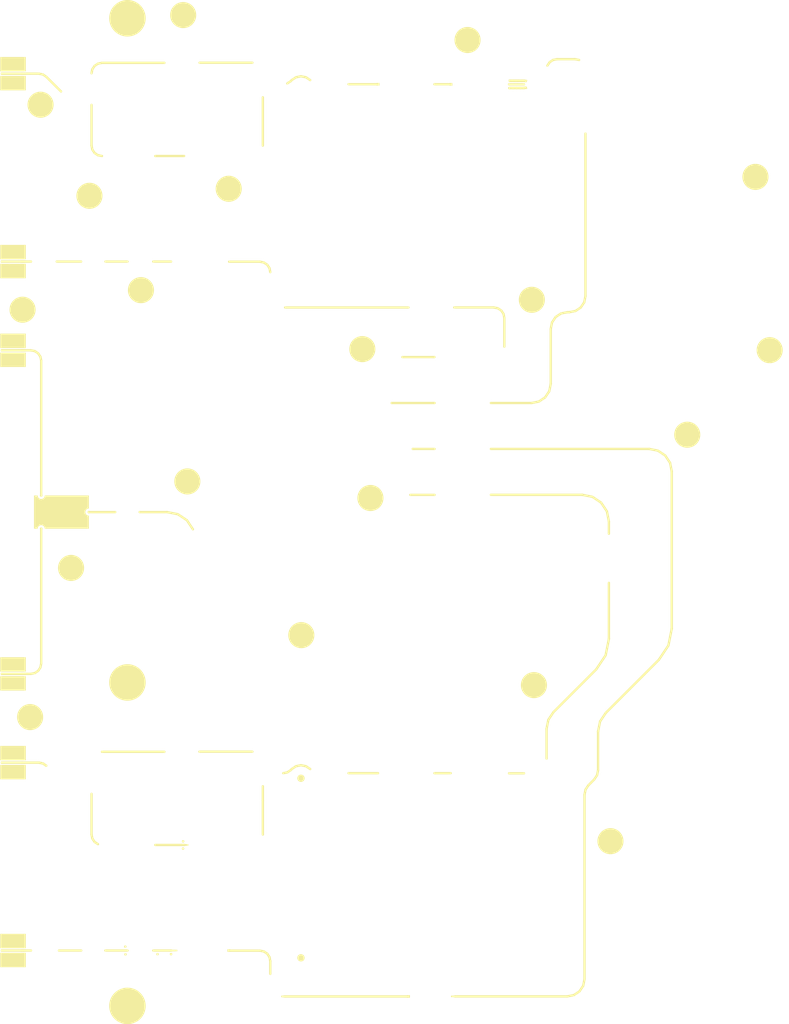
<source format=kicad_pcb>
(kicad_pcb (version 20171130) (host pcbnew "(5.1.12-235-gb66a45ef1c)")

  (general
    (thickness 1.6)
    (drawings 717)
    (tracks 0)
    (zones 0)
    (modules 0)
    (nets 1)
  )

  (page A4)
  (layers
    (0 F.Cu signal)
    (31 B.Cu signal)
    (32 B.Adhes user)
    (33 F.Adhes user)
    (34 B.Paste user)
    (35 F.Paste user)
    (36 B.SilkS user)
    (37 F.SilkS user)
    (38 B.Mask user)
    (39 F.Mask user)
    (40 Dwgs.User user)
    (41 Cmts.User user)
    (42 Eco1.User user)
    (43 Eco2.User user)
    (44 Edge.Cuts user)
  )

  (setup
    (last_trace_width 0.25)
    (trace_clearance 0.2)
    (zone_clearance 0.508)
    (zone_45_only no)
    (trace_min 0.2)
    (via_size 0.8)
    (via_drill 0.4)
    (via_min_size 0.4)
    (via_min_drill 0.3)
    (uvia_size 0.3)
    (uvia_drill 0.1)
    (uvias_allowed no)
    (uvia_min_size 0.2)
    (uvia_min_drill 0.1)
    (edge_width 0.05)
    (segment_width 0.2)
    (pcb_text_width 0.3)
    (pcb_text_size 1.5 1.5)
    (mod_edge_width 0.12)
    (mod_text_size 1 1)
    (mod_text_width 0.15)
    (pad_size 1.524 1.524)
    (pad_drill 0.762)
    (pad_to_mask_clearance 0)
    (aux_axis_origin 0 0)
    (visible_elements 7FFFFFFF)
    (pcbplotparams
      (layerselection 0x00120_7ffffffe)
      (usegerberextensions false)
      (usegerberattributes true)
      (usegerberadvancedattributes true)
      (creategerberjobfile true)
      (excludeedgelayer true)
      (linewidth 0.100000)
      (plotframeref false)
      (viasonmask false)
      (mode 1)
      (useauxorigin false)
      (hpglpennumber 1)
      (hpglpenspeed 20)
      (hpglpendiameter 15.000000)
      (psnegative false)
      (psa4output false)
      (plotreference true)
      (plotvalue true)
      (plotinvisibletext false)
      (padsonsilk false)
      (subtractmaskfromsilk false)
      (outputformat 3)
      (mirror false)
      (drillshape 0)
      (scaleselection 1)
      (outputdirectory ""))
  )

  (net 0 "")

  (net_class Default "This is the default net class."
    (clearance 0.2)
    (trace_width 0.25)
    (via_dia 0.8)
    (via_drill 0.4)
    (uvia_dia 0.3)
    (uvia_drill 0.1)
  )

  (gr_poly (pts (xy 181.135 222.215) (xy 180.575 222.215) (xy 180.575 222.735) (xy 181.135 222.735)) (layer F.SilkS) (width 0))
  (gr_poly (pts (xy 237.97252 56.03222) (xy 237.97108 56.025) (xy 237.9866 55.94695) (xy 238.03081 55.88081) (xy 238.06025 55.86112) (xy 238.07589 55.72456) (xy 238.01685 55.65453) (xy 237.59675 55.59876) (xy 237.58874 55.59718) (xy 237.58086 55.59664) (xy 237.56859 55.59503) (xy 237.55579 55.59501) (xy 237.51914 55.59261) (xy 237.45 55.58351) (xy 234.575 55.58351) (xy 234.50808 55.59232) (xy 234.50808 55.97457) (xy 234.53872 56.02776) (xy 234.6079 56.09075) (xy 237.45 56.09075) (xy 237.48967 56.09864) (xy 237.50184 56.09785) (xy 237.87514 56.14741)) (layer F.SilkS) (width 0))
  (gr_poly (pts (xy 237.51914 57.45739) (xy 237.55583 57.455) (xy 237.56858 57.45498) (xy 237.58082 57.45335) (xy 237.58874 57.45283) (xy 237.59679 57.45123) (xy 238.01684 57.39547) (xy 238.07588 57.32543) (xy 238.06025 57.18887) (xy 238.03081 57.16918) (xy 237.9866 57.10304) (xy 237.97108 57.025) (xy 237.97252 57.01779) (xy 237.87514 56.9026) (xy 237.50183 56.95216) (xy 237.48968 56.95136) (xy 237.45 56.95925) (xy 234.60822 56.95925) (xy 234.53878 57.02245) (xy 234.50839 57.07549) (xy 234.50839 57.45773) (xy 234.575 57.4665) (xy 237.45 57.4665)) (layer F.SilkS) (width 0))
  (gr_poly (pts (xy 154.02 139.1608) (xy 153.96619 139.15869) (xy 153.8599 139.14185) (xy 153.75755 139.1086) (xy 153.66167 139.05974) (xy 153.57461 138.99649) (xy 153.49851 138.92039) (xy 153.43526 138.83333) (xy 153.3864 138.73745) (xy 153.35315 138.6351) (xy 153.33631 138.52881) (xy 153.33631 138.4212) (xy 153.35315 138.3149) (xy 153.3864 138.21256) (xy 153.43526 138.11667) (xy 153.49851 138.02961) (xy 153.57461 137.95352) (xy 153.66167 137.89026) (xy 153.75755 137.8414) (xy 153.8599 137.80815) (xy 153.96619 137.79132) (xy 154.02 137.7892) (xy 154.02 135.287) (xy 145.5618 135.287) (xy 145.55968 135.34081) (xy 145.54285 135.4471) (xy 145.5096 135.54945) (xy 145.46074 135.64533) (xy 145.39749 135.73239) (xy 145.32139 135.80849) (xy 145.23433 135.87174) (xy 145.13844 135.9206) (xy 145.0361 135.95385) (xy 144.92981 135.97069) (xy 144.82219 135.97069) (xy 144.7159 135.95385) (xy 144.61355 135.9206) (xy 144.51767 135.87174) (xy 144.43061 135.80849) (xy 144.35451 135.73239) (xy 144.29126 135.64533) (xy 144.2424 135.54945) (xy 144.20915 135.4471) (xy 144.19231 135.34081) (xy 144.1902 135.287) (xy 143.86 135.287) (xy 143.86 141.6627) (xy 144.1902 141.6627) (xy 144.19231 141.6089) (xy 144.20915 141.5026) (xy 144.2424 141.40026) (xy 144.29126 141.30437) (xy 144.35451 141.21731) (xy 144.43061 141.14122) (xy 144.51767 141.07796) (xy 144.61355 141.0291) (xy 144.7159 140.99585) (xy 144.82219 140.97902) (xy 144.92981 140.97902) (xy 145.0361 140.99585) (xy 145.13844 141.0291) (xy 145.23433 141.07796) (xy 145.32139 141.14122) (xy 145.39749 141.21731) (xy 145.46074 141.30437) (xy 145.5096 141.40026) (xy 145.54285 141.5026) (xy 145.55968 141.6089) (xy 145.5618 141.6627) (xy 145.5618 141.663) (xy 154.02 141.663)) (layer F.SilkS) (width 0))
  (gr_poly (pts (xy 172.7 202.4) (xy 173.1 202.4) (xy 173.1 202.1) (xy 172.7 202.1) (xy 172.3 202.025) (xy 172.3 202.475)) (layer F.SilkS) (width 0))
  (gr_poly (pts (xy 170.175 222.625) (xy 170.575 222.625) (xy 170.575 222.325) (xy 170.175 222.325) (xy 169.8 222.25) (xy 169.8 222.7)) (layer F.SilkS) (width 0))
  (gr_poly (pts (xy 224.24864 231.03999) (xy 223.85 231.115) (xy 223.45 231.115) (xy 223.45 231.415) (xy 223.85 231.415) (xy 224.24864 231.48999)) (layer F.SilkS) (width 0))
  (gr_poly (pts (xy 191.62499 231.05) (xy 190.9 231.125) (xy 190.9 231.425) (xy 191.62499 231.5)) (layer F.SilkS) (width 0))
  (gr_circle (center 148.94 138.475) (end 148.94635 138.475) (layer F.SilkS) (width 0.0127))
  (gr_circle (center 144.876 135.287) (end 145.003 135.287) (layer F.SilkS) (width 0.254))
  (gr_circle (center 144.876 141.6627) (end 145.003 141.6627) (layer F.SilkS) (width 0.254))
  (gr_circle (center 154.02 138.475) (end 154.147 138.475) (layer F.SilkS) (width 0.254))
  (gr_poly (pts (xy 141.92499 54.24) (xy 140.92499 54.24) (xy 140.92499 54.71) (xy 141.92499 54.71)) (layer F.SilkS) (width 0))
  (gr_poly (pts (xy 141.92499 222.24) (xy 140.92499 222.24) (xy 140.92499 222.71) (xy 141.92499 222.71)) (layer F.SilkS) (width 0))
  (gr_poly (pts (xy 141.92499 90.24) (xy 140.92499 90.24) (xy 140.92499 90.71) (xy 141.92499 90.71)) (layer F.SilkS) (width 0))
  (gr_poly (pts (xy 141.925 169.24) (xy 140.925 169.24) (xy 140.925 169.71) (xy 141.925 169.71)) (layer F.SilkS) (width 0))
  (gr_poly (pts (xy 141.925 107.24) (xy 140.925 107.24) (xy 140.925 107.71) (xy 141.925 107.71)) (layer F.SilkS) (width 0))
  (gr_poly (pts (xy 141.92499 186.24) (xy 140.92499 186.24) (xy 140.92499 186.71) (xy 141.92499 186.71)) (layer F.SilkS) (width 0))
  (gr_poly (pts (xy 209.74 56.23999) (xy 209.18 56.23999) (xy 209.18 56.75999) (xy 209.74 56.75999)) (layer F.SilkS) (width 0))
  (gr_poly (pts (xy 223.725 56.265) (xy 223.165 56.265) (xy 223.165 56.785) (xy 223.725 56.785)) (layer F.SilkS) (width 0))
  (gr_poly (pts (xy 215.575 231.01507) (xy 215.015 231.01507) (xy 215.015 231.53507) (xy 215.575 231.53507)) (layer F.SilkS) (width 0))
  (gr_poly (pts (xy 170.975 222.325) (xy 170.175 222.325) (xy 170.175 222.625) (xy 170.975 222.625)) (layer F.SilkS) (width 0))
  (gr_poly (pts (xy 143.99501 135.28764) (xy 143.49501 135.28764) (xy 143.49501 141.66364) (xy 143.99501 141.66364)) (layer F.SilkS) (width 0))
  (gr_poly (pts (xy 141.92498 54.91) (xy 137.02498 54.91) (xy 137.02498 57.675) (xy 141.92498 57.675)) (layer F.SilkS) (width 0))
  (gr_poly (pts (xy 141.92498 51.27501) (xy 137.02498 51.27501) (xy 137.02498 54.04001) (xy 141.92498 54.04001)) (layer F.SilkS) (width 0))
  (gr_poly (pts (xy 141.92499 222.91) (xy 137.02499 222.91) (xy 137.02499 225.675) (xy 141.92499 225.675)) (layer F.SilkS) (width 0))
  (gr_poly (pts (xy 141.92499 219.275) (xy 137.02499 219.275) (xy 137.02499 222.04) (xy 141.92499 222.04)) (layer F.SilkS) (width 0))
  (gr_poly (pts (xy 141.92498 90.91) (xy 137.02498 90.91) (xy 137.02498 93.675) (xy 141.92498 93.675)) (layer F.SilkS) (width 0))
  (gr_poly (pts (xy 141.92498 87.275) (xy 137.02498 87.275) (xy 137.02498 90.04) (xy 141.92498 90.04)) (layer F.SilkS) (width 0))
  (gr_poly (pts (xy 141.925 169.91) (xy 137.025 169.91) (xy 137.025 172.675) (xy 141.925 172.675)) (layer F.SilkS) (width 0))
  (gr_poly (pts (xy 141.925 166.275) (xy 137.025 166.275) (xy 137.025 169.04) (xy 141.925 169.04)) (layer F.SilkS) (width 0))
  (gr_poly (pts (xy 141.925 107.91) (xy 137.025 107.91) (xy 137.025 110.675) (xy 141.925 110.675)) (layer F.SilkS) (width 0))
  (gr_poly (pts (xy 141.925 104.275) (xy 137.025 104.275) (xy 137.025 107.04) (xy 141.925 107.04)) (layer F.SilkS) (width 0))
  (gr_poly (pts (xy 141.92499 186.91) (xy 137.02499 186.91) (xy 137.02499 189.675) (xy 141.92499 189.675)) (layer F.SilkS) (width 0))
  (gr_poly (pts (xy 141.92499 183.275) (xy 137.02499 183.275) (xy 137.02499 186.04) (xy 141.92499 186.04)) (layer F.SilkS) (width 0))
  (gr_poly (pts (xy 141.42499 54.24) (xy 137.12699 54.24) (xy 137.12699 54.71) (xy 141.42499 54.71)) (layer F.SilkS) (width 0))
  (gr_poly (pts (xy 141.42499 222.23999) (xy 137.12699 222.23999) (xy 137.12699 222.70999) (xy 141.42499 222.70999)) (layer F.SilkS) (width 0))
  (gr_poly (pts (xy 141.42499 90.23998) (xy 137.12699 90.23998) (xy 137.12699 90.70998) (xy 141.42499 90.70998)) (layer F.SilkS) (width 0))
  (gr_poly (pts (xy 141.425 169.23999) (xy 137.127 169.23999) (xy 137.127 169.70999) (xy 141.425 169.70999)) (layer F.SilkS) (width 0))
  (gr_poly (pts (xy 141.425 107.24) (xy 137.127 107.24) (xy 137.127 107.71) (xy 141.425 107.71)) (layer F.SilkS) (width 0))
  (gr_poly (pts (xy 141.42499 186.24) (xy 137.12699 186.24) (xy 137.12699 186.71) (xy 141.42499 186.71)) (layer F.SilkS) (width 0))
  (gr_circle (center 140.98739 55.69419) (end 141.36239 55.69419) (layer F.SilkS) (width 0.75))
  (gr_circle (center 138.77759 55.69419) (end 139.15259 55.69419) (layer F.SilkS) (width 0.75))
  (gr_circle (center 138.77759 53.25581) (end 139.15259 53.25581) (layer F.SilkS) (width 0.75))
  (gr_circle (center 140.98739 53.25581) (end 141.36239 53.25581) (layer F.SilkS) (width 0.75))
  (gr_circle (center 140.98739 223.6942) (end 141.36239 223.6942) (layer F.SilkS) (width 0.75))
  (gr_circle (center 138.77759 223.6942) (end 139.15259 223.6942) (layer F.SilkS) (width 0.75))
  (gr_circle (center 138.77759 221.2558) (end 139.15259 221.2558) (layer F.SilkS) (width 0.75))
  (gr_circle (center 140.98739 221.2558) (end 141.36239 221.2558) (layer F.SilkS) (width 0.75))
  (gr_circle (center 140.98739 91.69419) (end 141.36239 91.69419) (layer F.SilkS) (width 0.75))
  (gr_circle (center 138.77759 91.69419) (end 139.15259 91.69419) (layer F.SilkS) (width 0.75))
  (gr_circle (center 138.77759 89.25581) (end 139.15259 89.25581) (layer F.SilkS) (width 0.75))
  (gr_circle (center 140.98739 89.25581) (end 141.36239 89.25581) (layer F.SilkS) (width 0.75))
  (gr_circle (center 140.9874 170.6942) (end 141.3624 170.6942) (layer F.SilkS) (width 0.75))
  (gr_circle (center 138.7776 170.6942) (end 139.1526 170.6942) (layer F.SilkS) (width 0.75))
  (gr_circle (center 138.7776 168.2558) (end 139.1526 168.2558) (layer F.SilkS) (width 0.75))
  (gr_circle (center 140.9874 168.2558) (end 141.3624 168.2558) (layer F.SilkS) (width 0.75))
  (gr_circle (center 140.9874 108.69419) (end 141.3624 108.69419) (layer F.SilkS) (width 0.75))
  (gr_circle (center 138.7776 108.69419) (end 139.1526 108.69419) (layer F.SilkS) (width 0.75))
  (gr_circle (center 138.7776 106.25581) (end 139.1526 106.25581) (layer F.SilkS) (width 0.75))
  (gr_circle (center 140.9874 106.25581) (end 141.3624 106.25581) (layer F.SilkS) (width 0.75))
  (gr_circle (center 140.98739 187.6942) (end 141.36239 187.6942) (layer F.SilkS) (width 0.75))
  (gr_circle (center 138.77759 187.6942) (end 139.15259 187.6942) (layer F.SilkS) (width 0.75))
  (gr_circle (center 138.77759 185.2558) (end 139.15259 185.2558) (layer F.SilkS) (width 0.75))
  (gr_circle (center 140.98739 185.2558) (end 141.36239 185.2558) (layer F.SilkS) (width 0.75))
  (gr_circle (center 161.40899 43.85999) (end 163.15899 43.85999) (layer F.SilkS) (width 3.5))
  (gr_circle (center 161.40899 171.114) (end 163.15899 171.114) (layer F.SilkS) (width 3.5))
  (gr_circle (center 161.40899 233.09) (end 163.15899 233.09) (layer F.SilkS) (width 3.5))
  (gr_circle (center 142.75 177.75) (end 144 177.75) (layer F.SilkS) (width 2.5))
  (gr_circle (center 208 135.775) (end 209.25 135.775) (layer F.SilkS) (width 2.5))
  (gr_circle (center 172.1 43.24999) (end 173.35 43.24999) (layer F.SilkS) (width 2.5))
  (gr_circle (center 268.75001 123.65) (end 270.00001 123.65) (layer F.SilkS) (width 2.5))
  (gr_circle (center 281.825 74.24999) (end 283.075 74.24999) (layer F.SilkS) (width 2.5))
  (gr_circle (center 239.35 171.625) (end 240.6 171.625) (layer F.SilkS) (width 2.5))
  (gr_circle (center 194.75 162.05) (end 196 162.05) (layer F.SilkS) (width 2.5))
  (gr_circle (center 206.45 107.24999) (end 207.7 107.24999) (layer F.SilkS) (width 2.5))
  (gr_circle (center 180.825 76.525) (end 182.075 76.525) (layer F.SilkS) (width 2.5))
  (gr_circle (center 172.9 132.6) (end 174.15 132.6) (layer F.SilkS) (width 2.5))
  (gr_circle (center 164 95.95001) (end 165.25 95.95001) (layer F.SilkS) (width 2.5))
  (gr_circle (center 141.3 99.70001) (end 142.55 99.70001) (layer F.SilkS) (width 2.5))
  (gr_circle (center 154.125 77.87499) (end 155.375 77.87499) (layer F.SilkS) (width 2.5))
  (gr_circle (center 254.025 201.525) (end 255.275 201.525) (layer F.SilkS) (width 2.5))
  (gr_circle (center 284.54999 107.45001) (end 285.79999 107.45001) (layer F.SilkS) (width 2.5))
  (gr_circle (center 226.625 48.025) (end 227.875 48.025) (layer F.SilkS) (width 2.5))
  (gr_circle (center 144.75 60.425) (end 146 60.425) (layer F.SilkS) (width 2.5))
  (gr_circle (center 150.6 149.175) (end 151.85 149.175) (layer F.SilkS) (width 2.5))
  (gr_circle (center 238.95 97.8) (end 240.2 97.8) (layer F.SilkS) (width 2.5))
  (gr_circle (center 143.845 138.45) (end 143.995 138.45) (layer F.SilkS) (width 0.3))
  (gr_circle (center 145.051 138.475) (end 145.201 138.475) (layer F.SilkS) (width 0.3))
  (gr_circle (center 146.751 138.475) (end 146.901 138.475) (layer F.SilkS) (width 0.3))
  (gr_circle (center 145.901 137.4123) (end 146.051 137.4123) (layer F.SilkS) (width 0.3))
  (gr_circle (center 145.901 139.5377) (end 146.051 139.5377) (layer F.SilkS) (width 0.3))
  (gr_circle (center 148.451 138.475) (end 148.601 138.475) (layer F.SilkS) (width 0.3))
  (gr_circle (center 151.85101 138.475) (end 152.00101 138.475) (layer F.SilkS) (width 0.3))
  (gr_circle (center 150.151 138.475) (end 150.301 138.475) (layer F.SilkS) (width 0.3))
  (gr_circle (center 151.001 137.4123) (end 151.151 137.4123) (layer F.SilkS) (width 0.3))
  (gr_circle (center 149.301 137.4123) (end 149.451 137.4123) (layer F.SilkS) (width 0.3))
  (gr_circle (center 147.601 137.4123) (end 147.751 137.4123) (layer F.SilkS) (width 0.3))
  (gr_circle (center 151.85101 136.5623) (end 152.00101 136.5623) (layer F.SilkS) (width 0.3))
  (gr_circle (center 150.151 136.5623) (end 150.301 136.5623) (layer F.SilkS) (width 0.3))
  (gr_circle (center 148.451 136.5623) (end 148.601 136.5623) (layer F.SilkS) (width 0.3))
  (gr_circle (center 146.751 136.5623) (end 146.901 136.5623) (layer F.SilkS) (width 0.3))
  (gr_circle (center 152.9924 138.04756) (end 153.1424 138.04756) (layer F.SilkS) (width 0.3))
  (gr_circle (center 151.001 139.5377) (end 151.151 139.5377) (layer F.SilkS) (width 0.3))
  (gr_circle (center 149.301 139.5377) (end 149.451 139.5377) (layer F.SilkS) (width 0.3))
  (gr_circle (center 147.601 139.5377) (end 147.751 139.5377) (layer F.SilkS) (width 0.3))
  (gr_circle (center 151.85101 140.3877) (end 152.00101 140.3877) (layer F.SilkS) (width 0.3))
  (gr_circle (center 150.151 140.3877) (end 150.301 140.3877) (layer F.SilkS) (width 0.3))
  (gr_circle (center 148.451 140.3877) (end 148.601 140.3877) (layer F.SilkS) (width 0.3))
  (gr_circle (center 146.751 140.3877) (end 146.901 140.3877) (layer F.SilkS) (width 0.3))
  (gr_circle (center 152.70101 135.712) (end 152.85101 135.712) (layer F.SilkS) (width 0.3))
  (gr_circle (center 151.85101 135.712) (end 152.00101 135.712) (layer F.SilkS) (width 0.3))
  (gr_circle (center 151.001 135.712) (end 151.151 135.712) (layer F.SilkS) (width 0.3))
  (gr_circle (center 150.151 135.712) (end 150.301 135.712) (layer F.SilkS) (width 0.3))
  (gr_circle (center 149.301 135.712) (end 149.451 135.712) (layer F.SilkS) (width 0.3))
  (gr_circle (center 148.451 135.712) (end 148.601 135.712) (layer F.SilkS) (width 0.3))
  (gr_circle (center 147.601 135.712) (end 147.751 135.712) (layer F.SilkS) (width 0.3))
  (gr_circle (center 146.751 135.712) (end 146.901 135.712) (layer F.SilkS) (width 0.3))
  (gr_circle (center 152.70101 141.2377) (end 152.85101 141.2377) (layer F.SilkS) (width 0.3))
  (gr_circle (center 151.85101 141.2377) (end 152.00101 141.2377) (layer F.SilkS) (width 0.3))
  (gr_circle (center 151.001 141.2377) (end 151.151 141.2377) (layer F.SilkS) (width 0.3))
  (gr_circle (center 150.151 141.2377) (end 150.301 141.2377) (layer F.SilkS) (width 0.3))
  (gr_circle (center 149.301 141.2377) (end 149.451 141.2377) (layer F.SilkS) (width 0.3))
  (gr_circle (center 148.451 141.2377) (end 148.601 141.2377) (layer F.SilkS) (width 0.3))
  (gr_circle (center 147.601 141.2377) (end 147.751 141.2377) (layer F.SilkS) (width 0.3))
  (gr_circle (center 146.751 141.2377) (end 146.901 141.2377) (layer F.SilkS) (width 0.3))
  (gr_circle (center 143.851 139.5377) (end 144.001 139.5377) (layer F.SilkS) (width 0.3))
  (gr_circle (center 143.851 140.3877) (end 144.001 140.3877) (layer F.SilkS) (width 0.3))
  (gr_circle (center 143.851 137.412) (end 144.001 137.412) (layer F.SilkS) (width 0.3))
  (gr_circle (center 143.851 136.562) (end 144.001 136.562) (layer F.SilkS) (width 0.3))
  (gr_circle (center 153.595 135.75) (end 153.745 135.75) (layer F.SilkS) (width 0.3))
  (gr_circle (center 153.595 136.6) (end 153.745 136.6) (layer F.SilkS) (width 0.3))
  (gr_circle (center 153.595 141.2) (end 153.745 141.2) (layer F.SilkS) (width 0.3))
  (gr_circle (center 153.595 140.35) (end 153.745 140.35) (layer F.SilkS) (width 0.3))
  (gr_circle (center 145.30344 140.6351) (end 145.45344 140.6351) (layer F.SilkS) (width 0.3))
  (gr_circle (center 144.451 140.6377) (end 144.601 140.6377) (layer F.SilkS) (width 0.3))
  (gr_circle (center 145.901 141.2377) (end 146.051 141.2377) (layer F.SilkS) (width 0.3))
  (gr_circle (center 143.851 141.2377) (end 144.001 141.2377) (layer F.SilkS) (width 0.3))
  (gr_circle (center 144.44856 136.3146) (end 144.59856 136.3146) (layer F.SilkS) (width 0.3))
  (gr_circle (center 145.301 136.312) (end 145.451 136.312) (layer F.SilkS) (width 0.3))
  (gr_circle (center 143.851 135.712) (end 144.001 135.712) (layer F.SilkS) (width 0.3))
  (gr_circle (center 145.901 135.712) (end 146.051 135.712) (layer F.SilkS) (width 0.3))
  (gr_circle (center 152.995 138.9) (end 153.145 138.9) (layer F.SilkS) (width 0.3))
  (gr_circle (center 153.595 137.45) (end 153.745 137.45) (layer F.SilkS) (width 0.3))
  (gr_circle (center 153.595 139.5) (end 153.745 139.5) (layer F.SilkS) (width 0.3))
  (gr_circle (center 194.68299 223.874) (end 195.03299 223.874) (layer F.SilkS) (width 0.7))
  (gr_circle (center 194.68299 189.474) (end 195.03299 189.474) (layer F.SilkS) (width 0.7))
  (gr_circle (center 169.775 223.175) (end 169.9 223.175) (layer F.SilkS) (width 0.25))
  (gr_circle (center 167.175 223.175) (end 167.3 223.175) (layer F.SilkS) (width 0.25))
  (gr_circle (center 161 221.73003) (end 161.125 221.73003) (layer F.SilkS) (width 0.25))
  (gr_circle (center 161.03592 223.21336) (end 161.16092 223.21336) (layer F.SilkS) (width 0.25))
  (gr_circle (center 172.08736 201.56085) (end 172.21236 201.56085) (layer F.SilkS) (width 0.25))
  (gr_circle (center 172.0758 202.93915) (end 172.2008 202.93915) (layer F.SilkS) (width 0.25))
  (gr_circle (center 234.65 57.225) (end 234.775 57.225) (layer F.SilkS) (width 0.25))
  (gr_circle (center 236.96279 55.83586) (end 237.08779 55.83586) (layer F.SilkS) (width 0.25))
  (gr_circle (center 236.26279 55.83586) (end 236.38779 55.83586) (layer F.SilkS) (width 0.25))
  (gr_circle (center 235.56279 55.83586) (end 235.68779 55.83586) (layer F.SilkS) (width 0.25))
  (gr_circle (center 234.8628 55.83586) (end 234.9878 55.83586) (layer F.SilkS) (width 0.25))
  (gr_circle (center 235.34056 57.21415) (end 235.46556 57.21415) (layer F.SilkS) (width 0.25))
  (gr_circle (center 236.04056 57.21415) (end 236.16556 57.21415) (layer F.SilkS) (width 0.25))
  (gr_circle (center 236.74056 57.21415) (end 236.86556 57.21415) (layer F.SilkS) (width 0.25))
  (gr_circle (center 237.44056 57.21415) (end 237.56556 57.21415) (layer F.SilkS) (width 0.25))
  (gr_circle (center 237.49432 55.84467) (end 237.61932 55.84467) (layer F.SilkS) (width 0.25))
  (gr_circle (center 141.33579 179.16421) (end 141.49829 179.16421) (layer F.SilkS) (width 0.325))
  (gr_circle (center 144.16421 179.16421) (end 144.32671 179.16421) (layer F.SilkS) (width 0.325))
  (gr_circle (center 144.16421 176.33579) (end 144.32671 176.33579) (layer F.SilkS) (width 0.325))
  (gr_circle (center 141.33579 176.33579) (end 141.49829 176.33579) (layer F.SilkS) (width 0.325))
  (gr_circle (center 142.75 175.75) (end 142.9125 175.75) (layer F.SilkS) (width 0.325))
  (gr_circle (center 140.75 177.75) (end 140.9125 177.75) (layer F.SilkS) (width 0.325))
  (gr_circle (center 142.75 179.75) (end 142.9125 179.75) (layer F.SilkS) (width 0.325))
  (gr_circle (center 144.75 177.75) (end 144.9125 177.75) (layer F.SilkS) (width 0.325))
  (gr_circle (center 206.58579 137.18921) (end 206.74829 137.18921) (layer F.SilkS) (width 0.325))
  (gr_circle (center 209.41421 137.18921) (end 209.57671 137.18921) (layer F.SilkS) (width 0.325))
  (gr_circle (center 208 137.775) (end 208.1625 137.775) (layer F.SilkS) (width 0.325))
  (gr_circle (center 170.68579 44.66421) (end 170.84829 44.66421) (layer F.SilkS) (width 0.325))
  (gr_circle (center 173.51421 44.66421) (end 173.67671 44.66421) (layer F.SilkS) (width 0.325))
  (gr_circle (center 173.51421 41.83579) (end 173.67671 41.83579) (layer F.SilkS) (width 0.325))
  (gr_circle (center 170.68579 41.83579) (end 170.84829 41.83579) (layer F.SilkS) (width 0.325))
  (gr_circle (center 172.1 41.24999) (end 172.2625 41.24999) (layer F.SilkS) (width 0.325))
  (gr_circle (center 170.1 43.24999) (end 170.2625 43.24999) (layer F.SilkS) (width 0.325))
  (gr_circle (center 172.1 45.24999) (end 172.2625 45.24999) (layer F.SilkS) (width 0.325))
  (gr_circle (center 174.1 43.24999) (end 174.2625 43.24999) (layer F.SilkS) (width 0.325))
  (gr_circle (center 267.33579 125.06421) (end 267.49829 125.06421) (layer F.SilkS) (width 0.325))
  (gr_circle (center 270.16421 125.06421) (end 270.32671 125.06421) (layer F.SilkS) (width 0.325))
  (gr_circle (center 270.16421 122.23579) (end 270.32671 122.23579) (layer F.SilkS) (width 0.325))
  (gr_circle (center 267.33579 122.23579) (end 267.49829 122.23579) (layer F.SilkS) (width 0.325))
  (gr_circle (center 268.75001 121.65) (end 268.91251 121.65) (layer F.SilkS) (width 0.325))
  (gr_circle (center 266.75001 123.65) (end 266.91251 123.65) (layer F.SilkS) (width 0.325))
  (gr_circle (center 268.75001 125.65) (end 268.91251 125.65) (layer F.SilkS) (width 0.325))
  (gr_circle (center 270.75001 123.65) (end 270.91251 123.65) (layer F.SilkS) (width 0.325))
  (gr_circle (center 280.41079 75.66421) (end 280.57329 75.66421) (layer F.SilkS) (width 0.325))
  (gr_circle (center 283.2392 75.66421) (end 283.4017 75.66421) (layer F.SilkS) (width 0.325))
  (gr_circle (center 283.2392 72.83579) (end 283.4017 72.83579) (layer F.SilkS) (width 0.325))
  (gr_circle (center 280.41079 72.83579) (end 280.57329 72.83579) (layer F.SilkS) (width 0.325))
  (gr_circle (center 281.825 72.24999) (end 281.9875 72.24999) (layer F.SilkS) (width 0.325))
  (gr_circle (center 279.825 74.24999) (end 279.9875 74.24999) (layer F.SilkS) (width 0.325))
  (gr_circle (center 281.825 76.24999) (end 281.9875 76.24999) (layer F.SilkS) (width 0.325))
  (gr_circle (center 283.825 74.24999) (end 283.9875 74.24999) (layer F.SilkS) (width 0.325))
  (gr_circle (center 237.93579 173.03921) (end 238.09829 173.03921) (layer F.SilkS) (width 0.325))
  (gr_circle (center 240.76421 173.03921) (end 240.92671 173.03921) (layer F.SilkS) (width 0.325))
  (gr_circle (center 240.76421 170.21079) (end 240.92671 170.21079) (layer F.SilkS) (width 0.325))
  (gr_circle (center 237.93579 170.21079) (end 238.09829 170.21079) (layer F.SilkS) (width 0.325))
  (gr_circle (center 239.35 169.625) (end 239.5125 169.625) (layer F.SilkS) (width 0.325))
  (gr_circle (center 237.35 171.625) (end 237.5125 171.625) (layer F.SilkS) (width 0.325))
  (gr_circle (center 239.35 173.625) (end 239.5125 173.625) (layer F.SilkS) (width 0.325))
  (gr_circle (center 241.35 171.625) (end 241.5125 171.625) (layer F.SilkS) (width 0.325))
  (gr_circle (center 193.33579 163.46421) (end 193.49829 163.46421) (layer F.SilkS) (width 0.325))
  (gr_circle (center 196.16421 163.46421) (end 196.32671 163.46421) (layer F.SilkS) (width 0.325))
  (gr_circle (center 196.16421 160.63579) (end 196.32671 160.63579) (layer F.SilkS) (width 0.325))
  (gr_circle (center 193.33579 160.63579) (end 193.49829 160.63579) (layer F.SilkS) (width 0.325))
  (gr_circle (center 194.75 160.05) (end 194.9125 160.05) (layer F.SilkS) (width 0.325))
  (gr_circle (center 194.75 164.05) (end 194.9125 164.05) (layer F.SilkS) (width 0.325))
  (gr_circle (center 196.75 162.05) (end 196.9125 162.05) (layer F.SilkS) (width 0.325))
  (gr_circle (center 179.41079 77.9392) (end 179.57329 77.9392) (layer F.SilkS) (width 0.325))
  (gr_circle (center 182.23921 77.9392) (end 182.40171 77.9392) (layer F.SilkS) (width 0.325))
  (gr_circle (center 182.23921 75.11079) (end 182.40171 75.11079) (layer F.SilkS) (width 0.325))
  (gr_circle (center 179.41079 75.11079) (end 179.57329 75.11079) (layer F.SilkS) (width 0.325))
  (gr_circle (center 180.825 74.525) (end 180.9875 74.525) (layer F.SilkS) (width 0.325))
  (gr_circle (center 178.825 76.525) (end 178.9875 76.525) (layer F.SilkS) (width 0.325))
  (gr_circle (center 180.825 78.525) (end 180.9875 78.525) (layer F.SilkS) (width 0.325))
  (gr_circle (center 182.825 76.525) (end 182.9875 76.525) (layer F.SilkS) (width 0.325))
  (gr_circle (center 171.48579 134.01421) (end 171.64829 134.01421) (layer F.SilkS) (width 0.325))
  (gr_circle (center 174.31421 134.01421) (end 174.47671 134.01421) (layer F.SilkS) (width 0.325))
  (gr_circle (center 174.31421 131.18579) (end 174.47671 131.18579) (layer F.SilkS) (width 0.325))
  (gr_circle (center 171.48579 131.18579) (end 171.64829 131.18579) (layer F.SilkS) (width 0.325))
  (gr_circle (center 172.9 130.6) (end 173.0625 130.6) (layer F.SilkS) (width 0.325))
  (gr_circle (center 170.9 132.6) (end 171.0625 132.6) (layer F.SilkS) (width 0.325))
  (gr_circle (center 172.9 134.6) (end 173.0625 134.6) (layer F.SilkS) (width 0.325))
  (gr_circle (center 174.9 132.6) (end 175.0625 132.6) (layer F.SilkS) (width 0.325))
  (gr_circle (center 162.58579 97.36421) (end 162.74829 97.36421) (layer F.SilkS) (width 0.325))
  (gr_circle (center 165.41421 97.36421) (end 165.57671 97.36421) (layer F.SilkS) (width 0.325))
  (gr_circle (center 165.41421 94.53579) (end 165.57671 94.53579) (layer F.SilkS) (width 0.325))
  (gr_circle (center 162.58579 94.53579) (end 162.74829 94.53579) (layer F.SilkS) (width 0.325))
  (gr_circle (center 164 93.95001) (end 164.1625 93.95001) (layer F.SilkS) (width 0.325))
  (gr_circle (center 162 95.95001) (end 162.1625 95.95001) (layer F.SilkS) (width 0.325))
  (gr_circle (center 164 97.95001) (end 164.1625 97.95001) (layer F.SilkS) (width 0.325))
  (gr_circle (center 166 95.95001) (end 166.1625 95.95001) (layer F.SilkS) (width 0.325))
  (gr_circle (center 139.88579 101.11421) (end 140.04829 101.11421) (layer F.SilkS) (width 0.325))
  (gr_circle (center 142.71421 101.11421) (end 142.87671 101.11421) (layer F.SilkS) (width 0.325))
  (gr_circle (center 142.71421 98.28579) (end 142.87671 98.28579) (layer F.SilkS) (width 0.325))
  (gr_circle (center 139.88579 98.28579) (end 140.04829 98.28579) (layer F.SilkS) (width 0.325))
  (gr_circle (center 141.3 97.70001) (end 141.4625 97.70001) (layer F.SilkS) (width 0.325))
  (gr_circle (center 139.3 99.70001) (end 139.4625 99.70001) (layer F.SilkS) (width 0.325))
  (gr_circle (center 141.3 101.70001) (end 141.4625 101.70001) (layer F.SilkS) (width 0.325))
  (gr_circle (center 143.3 99.70001) (end 143.4625 99.70001) (layer F.SilkS) (width 0.325))
  (gr_circle (center 152.71079 79.28921) (end 152.87329 79.28921) (layer F.SilkS) (width 0.325))
  (gr_circle (center 155.53921 79.28921) (end 155.70171 79.28921) (layer F.SilkS) (width 0.325))
  (gr_circle (center 155.53921 76.46079) (end 155.70171 76.46079) (layer F.SilkS) (width 0.325))
  (gr_circle (center 152.71079 76.46079) (end 152.87329 76.46079) (layer F.SilkS) (width 0.325))
  (gr_circle (center 154.125 75.87499) (end 154.2875 75.87499) (layer F.SilkS) (width 0.325))
  (gr_circle (center 152.125 77.87499) (end 152.2875 77.87499) (layer F.SilkS) (width 0.325))
  (gr_circle (center 154.125 79.87499) (end 154.2875 79.87499) (layer F.SilkS) (width 0.325))
  (gr_circle (center 156.125 77.87499) (end 156.2875 77.87499) (layer F.SilkS) (width 0.325))
  (gr_circle (center 252.61079 202.93921) (end 252.77329 202.93921) (layer F.SilkS) (width 0.325))
  (gr_circle (center 255.43921 202.93921) (end 255.60171 202.93921) (layer F.SilkS) (width 0.325))
  (gr_circle (center 255.43921 200.11079) (end 255.60171 200.11079) (layer F.SilkS) (width 0.325))
  (gr_circle (center 252.61079 200.11079) (end 252.77329 200.11079) (layer F.SilkS) (width 0.325))
  (gr_circle (center 254.025 199.525) (end 254.1875 199.525) (layer F.SilkS) (width 0.325))
  (gr_circle (center 252.025 201.525) (end 252.1875 201.525) (layer F.SilkS) (width 0.325))
  (gr_circle (center 254.025 203.525) (end 254.1875 203.525) (layer F.SilkS) (width 0.325))
  (gr_circle (center 256.025 201.525) (end 256.1875 201.525) (layer F.SilkS) (width 0.325))
  (gr_circle (center 283.13579 108.86421) (end 283.29829 108.86421) (layer F.SilkS) (width 0.325))
  (gr_circle (center 285.96421 108.86421) (end 286.12671 108.86421) (layer F.SilkS) (width 0.325))
  (gr_circle (center 285.96421 106.03579) (end 286.12671 106.03579) (layer F.SilkS) (width 0.325))
  (gr_circle (center 283.13579 106.03579) (end 283.29829 106.03579) (layer F.SilkS) (width 0.325))
  (gr_circle (center 284.54999 105.45001) (end 284.71249 105.45001) (layer F.SilkS) (width 0.325))
  (gr_circle (center 282.54999 107.45001) (end 282.71249 107.45001) (layer F.SilkS) (width 0.325))
  (gr_circle (center 284.54999 109.45001) (end 284.71249 109.45001) (layer F.SilkS) (width 0.325))
  (gr_circle (center 286.54999 107.45001) (end 286.71249 107.45001) (layer F.SilkS) (width 0.325))
  (gr_circle (center 225.21079 49.4392) (end 225.37329 49.4392) (layer F.SilkS) (width 0.325))
  (gr_circle (center 228.03921 49.4392) (end 228.20171 49.4392) (layer F.SilkS) (width 0.325))
  (gr_circle (center 228.03921 46.61079) (end 228.20171 46.61079) (layer F.SilkS) (width 0.325))
  (gr_circle (center 225.21079 46.61079) (end 225.37329 46.61079) (layer F.SilkS) (width 0.325))
  (gr_circle (center 226.625 46.025) (end 226.7875 46.025) (layer F.SilkS) (width 0.325))
  (gr_circle (center 224.625 48.025) (end 224.7875 48.025) (layer F.SilkS) (width 0.325))
  (gr_circle (center 226.625 50.025) (end 226.7875 50.025) (layer F.SilkS) (width 0.325))
  (gr_circle (center 228.625 48.025) (end 228.7875 48.025) (layer F.SilkS) (width 0.325))
  (gr_circle (center 146.75 60.425) (end 146.9125 60.425) (layer F.SilkS) (width 0.325))
  (gr_circle (center 144.75 62.425) (end 144.9125 62.425) (layer F.SilkS) (width 0.325))
  (gr_circle (center 142.75 60.425) (end 142.9125 60.425) (layer F.SilkS) (width 0.325))
  (gr_circle (center 144.75 58.425) (end 144.9125 58.425) (layer F.SilkS) (width 0.325))
  (gr_circle (center 143.33579 59.0108) (end 143.49829 59.0108) (layer F.SilkS) (width 0.325))
  (gr_circle (center 146.16421 59.0108) (end 146.32671 59.0108) (layer F.SilkS) (width 0.325))
  (gr_circle (center 146.16421 61.83921) (end 146.32671 61.83921) (layer F.SilkS) (width 0.325))
  (gr_circle (center 143.33579 61.83921) (end 143.49829 61.83921) (layer F.SilkS) (width 0.325))
  (gr_circle (center 149.18579 150.58921) (end 149.34829 150.58921) (layer F.SilkS) (width 0.325))
  (gr_circle (center 152.01421 150.58921) (end 152.17671 150.58921) (layer F.SilkS) (width 0.325))
  (gr_circle (center 152.01421 147.76079) (end 152.17671 147.76079) (layer F.SilkS) (width 0.325))
  (gr_circle (center 149.18579 147.76079) (end 149.34829 147.76079) (layer F.SilkS) (width 0.325))
  (gr_circle (center 150.6 147.175) (end 150.7625 147.175) (layer F.SilkS) (width 0.325))
  (gr_circle (center 148.6 149.175) (end 148.7625 149.175) (layer F.SilkS) (width 0.325))
  (gr_circle (center 150.6 151.175) (end 150.7625 151.175) (layer F.SilkS) (width 0.325))
  (gr_circle (center 152.6 149.175) (end 152.7625 149.175) (layer F.SilkS) (width 0.325))
  (gr_circle (center 237.53579 96.3858) (end 237.69829 96.3858) (layer F.SilkS) (width 0.325))
  (gr_circle (center 237.53579 99.21421) (end 237.69829 99.21421) (layer F.SilkS) (width 0.325))
  (gr_circle (center 240.36421 99.21421) (end 240.52671 99.21421) (layer F.SilkS) (width 0.325))
  (gr_circle (center 240.36421 96.3858) (end 240.52671 96.3858) (layer F.SilkS) (width 0.325))
  (gr_circle (center 240.95 97.8) (end 241.1125 97.8) (layer F.SilkS) (width 0.325))
  (gr_circle (center 238.95 95.8) (end 239.1125 95.8) (layer F.SilkS) (width 0.325))
  (gr_circle (center 236.95 97.8) (end 237.1125 97.8) (layer F.SilkS) (width 0.325))
  (gr_circle (center 238.95 99.8) (end 239.1125 99.8) (layer F.SilkS) (width 0.325))
  (gr_circle (center 158.70899 43.85999) (end 158.87149 43.85999) (layer F.SilkS) (width 0.325))
  (gr_circle (center 161.40899 41.16) (end 161.57149 41.16) (layer F.SilkS) (width 0.325))
  (gr_circle (center 164.10899 43.85999) (end 164.27149 43.85999) (layer F.SilkS) (width 0.325))
  (gr_circle (center 161.40899 46.56001) (end 161.57149 46.56001) (layer F.SilkS) (width 0.325))
  (gr_circle (center 160.05899 46.19827) (end 160.22149 46.19827) (layer F.SilkS) (width 0.325))
  (gr_circle (center 159.07072 42.51) (end 159.23322 42.51) (layer F.SilkS) (width 0.325))
  (gr_circle (center 162.75899 41.52172) (end 162.92149 41.52172) (layer F.SilkS) (width 0.325))
  (gr_circle (center 163.74726 45.21) (end 163.90976 45.21) (layer F.SilkS) (width 0.325))
  (gr_circle (center 163.74726 42.51) (end 163.90976 42.51) (layer F.SilkS) (width 0.325))
  (gr_circle (center 162.75899 46.19827) (end 162.92149 46.19827) (layer F.SilkS) (width 0.325))
  (gr_circle (center 159.07072 45.21) (end 159.23322 45.21) (layer F.SilkS) (width 0.325))
  (gr_circle (center 160.05899 41.52172) (end 160.22149 41.52172) (layer F.SilkS) (width 0.325))
  (gr_circle (center 158.70899 171.114) (end 158.87149 171.114) (layer F.SilkS) (width 0.325))
  (gr_circle (center 161.40899 168.414) (end 161.57149 168.414) (layer F.SilkS) (width 0.325))
  (gr_circle (center 164.10899 171.114) (end 164.27149 171.114) (layer F.SilkS) (width 0.325))
  (gr_circle (center 161.40899 173.814) (end 161.57149 173.814) (layer F.SilkS) (width 0.325))
  (gr_circle (center 160.05899 173.45227) (end 160.22149 173.45227) (layer F.SilkS) (width 0.325))
  (gr_circle (center 159.07072 169.764) (end 159.23322 169.764) (layer F.SilkS) (width 0.325))
  (gr_circle (center 162.75899 168.77573) (end 162.92149 168.77573) (layer F.SilkS) (width 0.325))
  (gr_circle (center 163.74726 172.464) (end 163.90976 172.464) (layer F.SilkS) (width 0.325))
  (gr_circle (center 163.74726 169.764) (end 163.90976 169.764) (layer F.SilkS) (width 0.325))
  (gr_circle (center 162.75899 173.45227) (end 162.92149 173.45227) (layer F.SilkS) (width 0.325))
  (gr_circle (center 159.07072 172.464) (end 159.23322 172.464) (layer F.SilkS) (width 0.325))
  (gr_circle (center 160.05899 168.77573) (end 160.22149 168.77573) (layer F.SilkS) (width 0.325))
  (gr_circle (center 160.05899 230.75173) (end 160.22149 230.75173) (layer F.SilkS) (width 0.325))
  (gr_circle (center 159.07072 234.44) (end 159.23322 234.44) (layer F.SilkS) (width 0.325))
  (gr_circle (center 162.75899 235.42827) (end 162.92149 235.42827) (layer F.SilkS) (width 0.325))
  (gr_circle (center 163.74726 231.74) (end 163.90976 231.74) (layer F.SilkS) (width 0.325))
  (gr_circle (center 163.74726 234.44) (end 163.90976 234.44) (layer F.SilkS) (width 0.325))
  (gr_circle (center 162.75899 230.75173) (end 162.92149 230.75173) (layer F.SilkS) (width 0.325))
  (gr_circle (center 159.07072 231.74) (end 159.23322 231.74) (layer F.SilkS) (width 0.325))
  (gr_circle (center 160.05899 235.42827) (end 160.22149 235.42827) (layer F.SilkS) (width 0.325))
  (gr_circle (center 161.40899 235.79) (end 161.57149 235.79) (layer F.SilkS) (width 0.325))
  (gr_circle (center 164.10899 233.09) (end 164.27149 233.09) (layer F.SilkS) (width 0.325))
  (gr_circle (center 161.40899 230.39) (end 161.57149 230.39) (layer F.SilkS) (width 0.325))
  (gr_circle (center 158.70899 233.09) (end 158.87149 233.09) (layer F.SilkS) (width 0.325))
  (gr_line (start 180.90909 222.5) (end 186.8 222.5) (layer F.SilkS) (width 0.45182))
  (gr_line (start 180.855 222.475) (end 180.90909 222.5) (layer F.SilkS) (width 0.45182))
  (gr_line (start 191.65 99.275) (end 215.295 99.275) (layer F.SilkS) (width 0.45182))
  (gr_line (start 243.08673 176.81327) (end 242.11595 178.26581) (layer F.SilkS) (width 0.45182))
  (gr_line (start 242.11595 178.26581) (end 241.77494 179.97928) (layer F.SilkS) (width 0.45182))
  (gr_line (start 241.77494 179.97928) (end 241.77493 179.97976) (layer F.SilkS) (width 0.45182))
  (gr_line (start 251.30563 168.59437) (end 253.09613 165.91505) (layer F.SilkS) (width 0.45182))
  (gr_line (start 253.09613 165.91505) (end 253.72501 162.75448) (layer F.SilkS) (width 0.45182))
  (gr_line (start 253.72501 162.75448) (end 253.725 162.75399) (layer F.SilkS) (width 0.45182))
  (gr_line (start 265.775 130.66637) (end 265.44834 129.02413) (layer F.SilkS) (width 0.45182))
  (gr_line (start 265.44834 129.02413) (end 264.51809 127.63191) (layer F.SilkS) (width 0.45182))
  (gr_line (start 264.51809 127.63191) (end 263.12587 126.70166) (layer F.SilkS) (width 0.45182))
  (gr_line (start 263.12587 126.70166) (end 261.48363 126.375) (layer F.SilkS) (width 0.45182))
  (gr_line (start 253.72504 140.27647) (end 253.33571 138.31917) (layer F.SilkS) (width 0.45182))
  (gr_line (start 253.33571 138.31917) (end 252.22699 136.65986) (layer F.SilkS) (width 0.45182))
  (gr_line (start 252.22699 136.65986) (end 250.56768 135.55114) (layer F.SilkS) (width 0.45182))
  (gr_line (start 250.56768 135.55114) (end 248.61038 135.16181) (layer F.SilkS) (width 0.45182))
  (gr_line (start 248.61038 135.16181) (end 248.61037 135.16181) (layer F.SilkS) (width 0.45182))
  (gr_line (start 246.1462 100.175) (end 247.32632 99.94026) (layer F.SilkS) (width 0.45182))
  (gr_line (start 247.32632 99.94026) (end 248.32678 99.27178) (layer F.SilkS) (width 0.45182))
  (gr_line (start 248.32678 99.27178) (end 248.99526 98.27132) (layer F.SilkS) (width 0.45182))
  (gr_line (start 248.99526 98.27132) (end 249.23 97.0912) (layer F.SilkS) (width 0.45182))
  (gr_line (start 245.76463 100.175) (end 244.54401 100.4178) (layer F.SilkS) (width 0.45182))
  (gr_line (start 244.54401 100.4178) (end 243.50922 101.10922) (layer F.SilkS) (width 0.45182))
  (gr_line (start 243.50922 101.10922) (end 242.8178 102.14401) (layer F.SilkS) (width 0.45182))
  (gr_line (start 242.8178 102.14401) (end 242.575 103.36463) (layer F.SilkS) (width 0.45182))
  (gr_line (start 238.89359 117.575) (end 240.3024 117.29477) (layer F.SilkS) (width 0.45182))
  (gr_line (start 240.3024 117.29477) (end 241.49674 116.49674) (layer F.SilkS) (width 0.45182))
  (gr_line (start 241.49674 116.49674) (end 242.29477 115.3024) (layer F.SilkS) (width 0.45182))
  (gr_line (start 242.29477 115.3024) (end 242.575 113.89359) (layer F.SilkS) (width 0.45182))
  (gr_line (start 245.74945 231.26499) (end 247.01252 231.01375) (layer F.SilkS) (width 0.45182))
  (gr_line (start 247.01252 231.01375) (end 248.08329 230.29828) (layer F.SilkS) (width 0.45182))
  (gr_line (start 248.08329 230.29828) (end 248.79876 229.22751) (layer F.SilkS) (width 0.45182))
  (gr_line (start 248.79876 229.22751) (end 249.05 227.96444) (layer F.SilkS) (width 0.45182))
  (gr_line (start 250.90605 189.70609) (end 251.45665 188.88206) (layer F.SilkS) (width 0.45182))
  (gr_line (start 251.45665 188.88206) (end 251.65 187.91004) (layer F.SilkS) (width 0.45182))
  (gr_line (start 249.79395 190.81819) (end 249.24335 191.64222) (layer F.SilkS) (width 0.45182))
  (gr_line (start 249.24335 191.64222) (end 249.05 192.61424) (layer F.SilkS) (width 0.45182))
  (gr_line (start 263.30886 166.76614) (end 265.13388 164.03547) (layer F.SilkS) (width 0.45182))
  (gr_line (start 265.13388 164.03547) (end 265.775 160.81425) (layer F.SilkS) (width 0.45182))
  (gr_line (start 265.775 160.81425) (end 265.775 160.8133) (layer F.SilkS) (width 0.45182))
  (gr_line (start 253.12208 176.95292) (end 252.03267 178.583) (layer F.SilkS) (width 0.45182))
  (gr_line (start 252.03267 178.583) (end 251.65 180.5059) (layer F.SilkS) (width 0.45182))
  (gr_line (start 251.65 180.5059) (end 251.65 180.50638) (layer F.SilkS) (width 0.45182))
  (gr_line (start 188.8 224.5) (end 188.64776 223.73463) (layer F.SilkS) (width 0.45182))
  (gr_line (start 188.64776 223.73463) (end 188.21421 223.08579) (layer F.SilkS) (width 0.45182))
  (gr_line (start 188.21421 223.08579) (end 187.56537 222.65224) (layer F.SilkS) (width 0.45182))
  (gr_line (start 187.56537 222.65224) (end 186.8 222.5) (layer F.SilkS) (width 0.45182))
  (gr_line (start 154.525 200.25) (end 154.67724 201.01537) (layer F.SilkS) (width 0.45182))
  (gr_line (start 154.67724 201.01537) (end 155.11079 201.66421) (layer F.SilkS) (width 0.45182))
  (gr_line (start 155.11079 201.66421) (end 155.75963 202.09776) (layer F.SilkS) (width 0.45182))
  (gr_line (start 173.96859 141.77094) (end 172.81121 140.03882) (layer F.SilkS) (width 0.45182))
  (gr_line (start 172.81121 140.03882) (end 171.07909 138.88144) (layer F.SilkS) (width 0.45182))
  (gr_line (start 171.07909 138.88144) (end 169.0359 138.47503) (layer F.SilkS) (width 0.45182))
  (gr_line (start 142.87609 169.47509) (end 143.64146 169.32285) (layer F.SilkS) (width 0.45182))
  (gr_line (start 143.64146 169.32285) (end 144.2903 168.8893) (layer F.SilkS) (width 0.45182))
  (gr_line (start 144.2903 168.8893) (end 144.72385 168.24046) (layer F.SilkS) (width 0.45182))
  (gr_line (start 144.72385 168.24046) (end 144.87609 167.47509) (layer F.SilkS) (width 0.45182))
  (gr_line (start 144.87609 109.47469) (end 144.72385 108.70932) (layer F.SilkS) (width 0.45182))
  (gr_line (start 144.72385 108.70932) (end 144.2903 108.06048) (layer F.SilkS) (width 0.45182))
  (gr_line (start 144.2903 108.06048) (end 143.64146 107.62693) (layer F.SilkS) (width 0.45182))
  (gr_line (start 143.64146 107.62693) (end 142.87609 107.47469) (layer F.SilkS) (width 0.45182))
  (gr_line (start 188.8 92.49999) (end 188.64776 91.73462) (layer F.SilkS) (width 0.45182))
  (gr_line (start 188.64776 91.73462) (end 188.21421 91.08578) (layer F.SilkS) (width 0.45182))
  (gr_line (start 188.21421 91.08578) (end 187.56537 90.65223) (layer F.SilkS) (width 0.45182))
  (gr_line (start 187.56537 90.65223) (end 186.8 90.49999) (layer F.SilkS) (width 0.45182))
  (gr_line (start 233.675 101.275) (end 233.52276 100.50963) (layer F.SilkS) (width 0.45182))
  (gr_line (start 233.52276 100.50963) (end 233.08921 99.86079) (layer F.SilkS) (width 0.45182))
  (gr_line (start 233.08921 99.86079) (end 232.44037 99.42724) (layer F.SilkS) (width 0.45182))
  (gr_line (start 232.44037 99.42724) (end 231.675 99.275) (layer F.SilkS) (width 0.45182))
  (gr_line (start 156.525 52.4) (end 155.75963 52.55224) (layer F.SilkS) (width 0.45182))
  (gr_line (start 155.75963 52.55224) (end 155.11079 52.98579) (layer F.SilkS) (width 0.45182))
  (gr_line (start 155.11079 52.98579) (end 154.67724 53.63463) (layer F.SilkS) (width 0.45182))
  (gr_line (start 154.67724 53.63463) (end 154.525 54.4) (layer F.SilkS) (width 0.45182))
  (gr_line (start 248.01537 51.85225) (end 247.25 51.70001) (layer F.SilkS) (width 0.45182))
  (gr_line (start 243.775 51.70001) (end 243.00963 51.85225) (layer F.SilkS) (width 0.45182))
  (gr_line (start 243.00963 51.85225) (end 242.36079 52.2858) (layer F.SilkS) (width 0.45182))
  (gr_line (start 242.36079 52.2858) (end 241.92724 52.93464) (layer F.SilkS) (width 0.45182))
  (gr_line (start 145.83921 55.06078) (end 145.19036 54.62724) (layer F.SilkS) (width 0.45182))
  (gr_line (start 145.19036 54.62724) (end 144.425 54.475) (layer F.SilkS) (width 0.45182))
  (gr_line (start 154.525 68.24999) (end 154.67724 69.01536) (layer F.SilkS) (width 0.45182))
  (gr_line (start 154.67724 69.01536) (end 155.11079 69.6642) (layer F.SilkS) (width 0.45182))
  (gr_line (start 155.11079 69.6642) (end 155.75963 70.09775) (layer F.SilkS) (width 0.45182))
  (gr_line (start 155.75963 70.09775) (end 156.525 70.24999) (layer F.SilkS) (width 0.45182))
  (gr_line (start 216.11675 126.375) (end 220.29681 126.375) (layer F.SilkS) (width 0.45182))
  (gr_line (start 192.70601 55.91544) (end 192.91523 55.70623) (layer F.SilkS) (width 0.45182))
  (gr_line (start 241.77494 185.70007) (end 241.77494 179.98128) (layer F.SilkS) (width 0.45182))
  (gr_line (start 243.08673 176.81327) (end 251.30563 168.59437) (layer F.SilkS) (width 0.45182))
  (gr_line (start 241.77493 179.97976) (end 241.77494 179.98128) (layer F.SilkS) (width 0.45182))
  (gr_line (start 253.725 162.75398) (end 253.725 152.035) (layer F.SilkS) (width 0.45182))
  (gr_line (start 265.775 160.8133) (end 265.775 130.66637) (layer F.SilkS) (width 0.45182))
  (gr_line (start 231.09499 126.375) (end 261.48363 126.375) (layer F.SilkS) (width 0.45182))
  (gr_line (start 231.09499 135.16181) (end 248.61037 135.16181) (layer F.SilkS) (width 0.45182))
  (gr_line (start 253.72504 142.61625) (end 253.72504 140.27647) (layer F.SilkS) (width 0.45182))
  (gr_line (start 249.23 97.0912) (end 249.23 65.95001) (layer F.SilkS) (width 0.45182))
  (gr_line (start 245.76463 100.175) (end 246.1462 100.175) (layer F.SilkS) (width 0.45182))
  (gr_line (start 242.575 113.89359) (end 242.575 103.36463) (layer F.SilkS) (width 0.45182))
  (gr_line (start 231.09499 117.575) (end 238.89359 117.575) (layer F.SilkS) (width 0.45182))
  (gr_line (start 224.24864 231.26499) (end 245.74945 231.26499) (layer F.SilkS) (width 0.45182))
  (gr_line (start 249.05 227.96444) (end 249.05 192.61424) (layer F.SilkS) (width 0.45182))
  (gr_line (start 249.79395 190.81819) (end 250.90605 189.70609) (layer F.SilkS) (width 0.45182))
  (gr_line (start 251.65 187.91004) (end 251.65 180.50789) (layer F.SilkS) (width 0.45182))
  (gr_line (start 253.12208 176.95292) (end 263.30886 166.76614) (layer F.SilkS) (width 0.45182))
  (gr_line (start 251.65 180.50638) (end 251.65 180.50789) (layer F.SilkS) (width 0.45182))
  (gr_line (start 215.64654 135.17498) (end 220.29637 135.17498) (layer F.SilkS) (width 0.45182))
  (gr_line (start 214.13029 108.775) (end 220.275 108.775) (layer F.SilkS) (width 0.45182))
  (gr_line (start 212.0813 117.575) (end 220.30135 117.575) (layer F.SilkS) (width 0.45182))
  (gr_line (start 191.65 231.275) (end 215.295 231.275) (layer F.SilkS) (width 0.45182))
  (gr_line (start 188.8 226.94991) (end 188.8 224.5) (layer F.SilkS) (width 0.45182))
  (gr_line (start 166.36 222.475) (end 169.8 222.475) (layer F.SilkS) (width 0.45182))
  (gr_line (start 157.176 222.476) (end 161.42 222.476) (layer F.SilkS) (width 0.45182))
  (gr_line (start 148.275 222.475) (end 152.54501 222.475) (layer F.SilkS) (width 0.45182))
  (gr_line (start 141.42499 222.475) (end 141.42902 222.47097) (layer F.SilkS) (width 0.45182))
  (gr_line (start 141.42499 222.475) (end 142.92 222.475) (layer F.SilkS) (width 0.45182))
  (gr_line (start 187.375 200.2533) (end 187.375 193.72511) (layer F.SilkS) (width 0.45182))
  (gr_line (start 166.74497 202.25) (end 172.3 202.25) (layer F.SilkS) (width 0.45182))
  (gr_line (start 154.525 200.25) (end 154.525 192.45512) (layer F.SilkS) (width 0.45182))
  (gr_line (start 192.70601 187.91545) (end 192.91523 187.70623) (layer F.SilkS) (width 0.45182))
  (gr_line (start 220.275 188.5) (end 223.39091 188.5) (layer F.SilkS) (width 0.45182))
  (gr_line (start 234.575 188.525) (end 237.45 188.525) (layer F.SilkS) (width 0.45182))
  (gr_line (start 203.8 188.5) (end 209.46 188.5) (layer F.SilkS) (width 0.45182))
  (gr_line (start 187.375 193.72511) (end 187.375 191.00501) (layer F.SilkS) (width 0.45182))
  (gr_line (start 175.21004 184.375) (end 185.36845 184.375) (layer F.SilkS) (width 0.45182))
  (gr_line (start 156.525 184.4) (end 168.495 184.4) (layer F.SilkS) (width 0.45182))
  (gr_line (start 163.75246 138.47503) (end 169.0359 138.47503) (layer F.SilkS) (width 0.45182))
  (gr_line (start 180.90909 90.49999) (end 186.8 90.49999) (layer F.SilkS) (width 0.45182))
  (gr_line (start 224.075 99.26499) (end 231.675 99.26499) (layer F.SilkS) (width 0.45182))
  (gr_line (start 233.675 106.775) (end 233.675 101.275) (layer F.SilkS) (width 0.45182))
  (gr_line (start 166.36 90.475) (end 169.775 90.475) (layer F.SilkS) (width 0.45182))
  (gr_line (start 157.2 90.475) (end 161.42 90.475) (layer F.SilkS) (width 0.45182))
  (gr_line (start 141.42499 90.475) (end 142.92 90.475) (layer F.SilkS) (width 0.45182))
  (gr_line (start 156.525 52.4) (end 168.495 52.4) (layer F.SilkS) (width 0.45182))
  (gr_line (start 243.775 51.70001) (end 247.25 51.70001) (layer F.SilkS) (width 0.45182))
  (gr_line (start 234.575 56.525) (end 237.45 56.525) (layer F.SilkS) (width 0.45182))
  (gr_line (start 220.275 56.49999) (end 223.39091 56.49999) (layer F.SilkS) (width 0.45182))
  (gr_line (start 141.42499 90.475) (end 141.42902 90.47097) (layer F.SilkS) (width 0.45182))
  (gr_line (start 141.42499 54.475) (end 142.645 54.475) (layer F.SilkS) (width 0.45182))
  (gr_line (start 144.876 135.287) (end 144.876 109.47469) (layer F.SilkS) (width 0.45182))
  (gr_line (start 141.425 107.47469) (end 142.87609 107.47469) (layer F.SilkS) (width 0.45182))
  (gr_line (start 141.425 169.475) (end 142.87609 169.475) (layer F.SilkS) (width 0.45182))
  (gr_line (start 144.876 167.47509) (end 144.876 141.6627) (layer F.SilkS) (width 0.45182))
  (gr_line (start 142.645 54.475) (end 144.425 54.475) (layer F.SilkS) (width 0.45182))
  (gr_line (start 187.375 68.25331) (end 187.375 59.00501) (layer F.SilkS) (width 0.45182))
  (gr_line (start 175.2421 52.37499) (end 185.36845 52.37499) (layer F.SilkS) (width 0.45182))
  (gr_line (start 145.83921 55.06078) (end 148.6776 57.88148) (layer F.SilkS) (width 0.45182))
  (gr_line (start 166.74497 70.24999) (end 172.275 70.24999) (layer F.SilkS) (width 0.45182))
  (gr_line (start 154.525 68.24999) (end 154.525 60.45512) (layer F.SilkS) (width 0.45182))
  (gr_line (start 147.855 90.475) (end 152.525 90.475) (layer F.SilkS) (width 0.45182))
  (gr_line (start 203.8 56.49999) (end 209.46 56.49999) (layer F.SilkS) (width 0.45182))
  (gr_line (start 154.02 138.475) (end 159.06753 138.475) (layer F.SilkS) (width 0.45182))
  (gr_line (start 192.05717 56.34899) (end 192.70601 55.91544) (layer F.SilkS) (width 0.452))
  (gr_line (start 196.45076 55.70623) (end 195.6397 55.1643) (layer F.SilkS) (width 0.452))
  (gr_line (start 195.6397 55.1643) (end 194.68299 54.974) (layer F.SilkS) (width 0.452))
  (gr_line (start 194.68299 54.974) (end 193.72628 55.1643) (layer F.SilkS) (width 0.452))
  (gr_line (start 193.72628 55.1643) (end 192.91523 55.70623) (layer F.SilkS) (width 0.452))
  (gr_line (start 191.2918 188.50123) (end 192.05717 188.34899) (layer F.SilkS) (width 0.452))
  (gr_line (start 192.05717 188.34899) (end 192.70601 187.91545) (layer F.SilkS) (width 0.452))
  (gr_line (start 196.45076 187.70623) (end 195.6397 187.1643) (layer F.SilkS) (width 0.452))
  (gr_line (start 195.6397 187.1643) (end 194.68299 186.974) (layer F.SilkS) (width 0.452))
  (gr_line (start 194.68299 186.974) (end 193.72628 187.1643) (layer F.SilkS) (width 0.452))
  (gr_line (start 193.72628 187.1643) (end 192.91523 187.70623) (layer F.SilkS) (width 0.452))
  (gr_line (start 145.83921 187.06079) (end 145.19036 186.62725) (layer F.SilkS) (width 0.45182))
  (gr_line (start 145.19036 186.62725) (end 144.425 186.475) (layer F.SilkS) (width 0.45182))
  (gr_line (start 145.83921 187.06079) (end 145.19036 186.62725) (layer F.SilkS) (width 0.45182))
  (gr_line (start 145.19036 186.62725) (end 144.425 186.475) (layer F.SilkS) (width 0.45182))
  (gr_line (start 141.42499 186.475) (end 142.645 186.475) (layer F.SilkS) (width 0.45182))
  (gr_line (start 142.645 186.475) (end 144.425 186.475) (layer F.SilkS) (width 0.45182))
  (gr_line (start 141.42499 186.475) (end 142.645 186.475) (layer F.SilkS) (width 0.45182))
  (gr_line (start 142.645 186.475) (end 144.425 186.475) (layer F.SilkS) (width 0.45182))
  (gr_line (start 182.2 228.9) (end 183.35 227.75) (layer Dwgs.User) (width 2.4))
  (gr_line (start 192.275 206.475) (end 196.075 210.275) (layer Dwgs.User) (width 2.4))
  (gr_line (start 207.2 194.9) (end 207.25 194.9) (layer Dwgs.User) (width 2.4))
  (gr_line (start 138.27746 81.25047) (end 138.27746 61.9) (layer Dwgs.User) (width 2.4))
  (gr_line (start 151.05 63.20001) (end 178.625 63.20001) (layer Dwgs.User) (width 2.4))
  (gr_line (start 151.05 74.475) (end 151.05 63.20001) (layer Dwgs.User) (width 2.4))
  (gr_line (start 178.625 63.20001) (end 178.625 46.925) (layer Dwgs.User) (width 2.4))
  (gr_line (start 256.25 194.875) (end 256.25 181.6) (layer Dwgs.User) (width 2.4))
  (gr_line (start 178.625 181.6) (end 256.25 181.6) (layer Dwgs.User) (width 2.4))
  (gr_line (start 217.9 120.8) (end 247.475 120.8) (layer Dwgs.User) (width 2.4))
  (gr_line (start 247.475 120.8) (end 247.475 103.20001) (layer Dwgs.User) (width 2.4))
  (gr_line (start 252.325 232.20356) (end 287.075 232.20355) (layer Dwgs.User) (width 2.4))
  (gr_line (start 287.075 232.20355) (end 287.075 203.47164) (layer Dwgs.User) (width 2.4))
  (gr_line (start 252.325 203.479) (end 287.075 203.479) (layer Dwgs.User) (width 2.4))
  (gr_line (start 252.325 76.225) (end 287.075 76.225) (layer Dwgs.User) (width 2.4))
  (gr_line (start 178.625 49.6) (end 256.25 49.6) (layer Dwgs.User) (width 2.4))
  (gr_line (start 287.075 104.94955) (end 287.075 76.21765) (layer Dwgs.User) (width 2.4))
  (gr_line (start 270.54999 104.94955) (end 287.075 104.94955) (layer Dwgs.User) (width 2.4))
  (gr_line (start 194.2 195.2) (end 194.2 181.6) (layer Dwgs.User) (width 2.4))
  (gr_line (start 260.525 164.375) (end 260.525 134.525) (layer Dwgs.User) (width 2.4))
  (gr_line (start 255.6 129.6) (end 260.525 134.525) (layer Dwgs.User) (width 2.4))
  (gr_line (start 217.9 129.6) (end 255.6 129.6) (layer Dwgs.User) (width 2.4))
  (gr_line (start 245.975 157.54671) (end 260.525 157.54671) (layer Dwgs.User) (width 2.4))
  (gr_line (start 245.975 140.98728) (end 260.525 140.98728) (layer Dwgs.User) (width 2.4))
  (gr_line (start 245.95 96.275) (end 245.95 82.9) (layer Dwgs.User) (width 2.4))
  (gr_line (start 237.425 96.275) (end 245.95 96.275) (layer Dwgs.User) (width 2.4))
  (gr_line (start 245.95 82.9) (end 245.95 67.57501) (layer Dwgs.User) (width 2.4))
  (gr_line (start 245.95 82.9) (end 252.325 82.9) (layer Dwgs.User) (width 2.4))
  (gr_line (start 237.39747 228.275) (end 245.95 228.275) (layer Dwgs.User) (width 2.4))
  (gr_line (start 245.95 228.275) (end 245.95 214.9) (layer Dwgs.User) (width 2.4))
  (gr_line (start 245.95 214.9) (end 245.95 199.575) (layer Dwgs.User) (width 2.4))
  (gr_line (start 245.95 214.9) (end 252.325 214.9) (layer Dwgs.User) (width 2.4))
  (gr_line (start 235.875 179.4) (end 245.975 169.3) (layer Dwgs.User) (width 2.4))
  (gr_line (start 235.875 181.6) (end 235.875 179.4) (layer Dwgs.User) (width 2.4))
  (gr_line (start 215.075 138.4) (end 215.075 169.3) (layer Dwgs.User) (width 2.4))
  (gr_line (start 215.075 169.3) (end 245.975 169.3) (layer Dwgs.User) (width 2.4))
  (gr_line (start 245.975 169.3) (end 245.975 138.40002) (layer Dwgs.User) (width 2.4))
  (gr_line (start 237.42247 138.40002) (end 245.975 138.40002) (layer Dwgs.User) (width 2.4))
  (gr_line (start 245.95 178.95) (end 260.525 164.375) (layer Dwgs.User) (width 2.4))
  (gr_line (start 245.95 181.6) (end 245.95 178.95) (layer Dwgs.User) (width 2.4))
  (gr_line (start 182.49131 138.4) (end 217.9 138.4) (layer Dwgs.User) (width 2.4))
  (gr_line (start 182.5 103.20001) (end 182.5 138.4) (layer Dwgs.User) (width 2.4))
  (gr_line (start 217.9 138.4) (end 217.9 112) (layer Dwgs.User) (width 2.4))
  (gr_line (start 217.9 138.4) (end 237.42247 138.4) (layer Dwgs.User) (width 2.4))
  (gr_line (start 237.42247 138.40001) (end 237.42247 129.60001) (layer Dwgs.User) (width 2.4))
  (gr_line (start 237.42247 129.60001) (end 237.42247 120.80001) (layer Dwgs.User) (width 2.4))
  (gr_line (start 247.475 120.8) (end 270.54999 120.8) (layer Dwgs.User) (width 2.4))
  (gr_line (start 237.42247 120.80001) (end 237.42247 112) (layer Dwgs.User) (width 2.4))
  (gr_line (start 217.9 112) (end 237.42247 112) (layer Dwgs.User) (width 2.4))
  (gr_line (start 237.42247 112) (end 237.42247 103.20001) (layer Dwgs.User) (width 2.4))
  (gr_line (start 166.75 135.30584) (end 182.49131 135.30584) (layer Dwgs.User) (width 2.4))
  (gr_line (start 192.72499 138.4) (end 192.725 181.6) (layer Dwgs.User) (width 2.4))
  (gr_line (start 270.54998 203.479) (end 270.54999 120.875) (layer Dwgs.User) (width 2.4))
  (gr_line (start 270.54999 120.8) (end 270.54999 103.20001) (layer Dwgs.User) (width 2.4))
  (gr_line (start 196.075 212.125) (end 196.075 210.275) (layer Dwgs.User) (width 2.4))
  (gr_line (start 196.075 216.56075) (end 196.075 212.125) (layer Dwgs.User) (width 2.4))
  (gr_line (start 191.4 206.475) (end 191.4 196.175) (layer Dwgs.User) (width 2.4))
  (gr_line (start 171.60198 206.475) (end 191.4 206.475) (layer Dwgs.User) (width 2.4))
  (gr_line (start 178.625 195.2) (end 178.625 178.925) (layer Dwgs.User) (width 2.4))
  (gr_line (start 167.975 176.775) (end 176.475 176.775) (layer Dwgs.User) (width 2.4))
  (gr_line (start 221.525 195.2) (end 221.525 181.6) (layer Dwgs.User) (width 2.4))
  (gr_line (start 194.7 195.2) (end 196.046 195.2) (layer Dwgs.User) (width 2.4))
  (gr_line (start 151.05 195.2) (end 178.625 195.2) (layer Dwgs.User) (width 2.4))
  (gr_line (start 207.25 194.9) (end 207.25 181.6) (layer Dwgs.User) (width 2.4))
  (gr_line (start 176.475 176.775) (end 178.625 178.925) (layer Dwgs.User) (width 2.4))
  (gr_line (start 221.44523 195.2) (end 221.525 195.2) (layer Dwgs.User) (width 2.4))
  (gr_line (start 151.05 206.475) (end 151.05 195.2) (layer Dwgs.User) (width 2.4))
  (gr_line (start 170.8 195.2) (end 171.77171 195.2) (layer Dwgs.User) (width 2.4))
  (gr_line (start 163.525 195.13287) (end 163.525 181.225) (layer Dwgs.User) (width 2.4))
  (gr_line (start 138.175 181.6) (end 163.525 181.6) (layer Dwgs.User) (width 2.4))
  (gr_line (start 163.525 181.225) (end 167.975 176.775) (layer Dwgs.User) (width 2.4))
  (gr_line (start 138.25 193.9) (end 149.5 193.9) (layer Dwgs.User) (width 2.4))
  (gr_line (start 149.5 193.9) (end 150.8 195.2) (layer Dwgs.User) (width 2.4))
  (gr_line (start 235.875 195.2) (end 235.875 181.6) (layer Dwgs.User) (width 2.4))
  (gr_line (start 233.19481 195.2) (end 235.87396 195.2) (layer Dwgs.User) (width 2.4))
  (gr_line (start 151.05 213.1) (end 151.05 206.475) (layer Dwgs.User) (width 2.4))
  (gr_line (start 138.25 193.9) (end 138.30492 193.9) (layer Dwgs.User) (width 2.4))
  (gr_line (start 138.175 181.6) (end 138.25 181.6) (layer Dwgs.User) (width 2.4))
  (gr_line (start 138.25 193.9) (end 138.25 181.6) (layer Dwgs.User) (width 2.4))
  (gr_line (start 235.87396 195.2) (end 245.95 195.2) (layer Dwgs.User) (width 2.4))
  (gr_line (start 245.95 195.2) (end 245.95 181.6) (layer Dwgs.User) (width 2.4))
  (gr_line (start 245.95 199.575) (end 245.95 194.69444) (layer Dwgs.User) (width 2.4))
  (gr_line (start 151.05 206.475) (end 170.8 206.475) (layer Dwgs.User) (width 2.4))
  (gr_line (start 170.8 206.475) (end 170.8 195.2) (layer Dwgs.User) (width 2.4))
  (gr_line (start 170.8 206.475) (end 171.86262 206.475) (layer Dwgs.User) (width 2.4))
  (gr_line (start 178.625 195.2) (end 233.38116 195.2) (layer Dwgs.User) (width 2.4))
  (gr_line (start 196.075 227.85) (end 196.075 215.22) (layer Dwgs.User) (width 2.4))
  (gr_line (start 159.475 225.49618) (end 168.45414 225.49618) (layer Dwgs.User) (width 2.4))
  (gr_line (start 168.45 216.875) (end 168.45 213.1) (layer Dwgs.User) (width 2.4))
  (gr_line (start 159.475 213.1) (end 168.475 213.1) (layer Dwgs.User) (width 2.4))
  (gr_line (start 159.475 215.29298) (end 159.475 213.1) (layer Dwgs.User) (width 2.4))
  (gr_line (start 168.45 228.9) (end 168.45 216.875) (layer Dwgs.User) (width 2.4))
  (gr_line (start 168.45414 216.875) (end 183.35 216.875) (layer Dwgs.User) (width 2.4))
  (gr_line (start 149.65 213.1) (end 159.475 213.1) (layer Dwgs.User) (width 2.4))
  (gr_line (start 168.45414 228.9) (end 182.2 228.9) (layer Dwgs.User) (width 2.4))
  (gr_line (start 183.35 227.75) (end 183.35 216.875) (layer Dwgs.User) (width 2.4))
  (gr_line (start 183.375 220.14003) (end 196.1 220.14003) (layer Dwgs.User) (width 2.4))
  (gr_line (start 196.075 235.2) (end 196.075 227.85) (layer Dwgs.User) (width 2.4))
  (gr_line (start 149.65 228.18038) (end 149.65 213.1) (layer Dwgs.User) (width 2.4))
  (gr_line (start 138.2 213.1) (end 138.2 213.1) (layer Dwgs.User) (width 2.4))
  (gr_line (start 138.2 213.1) (end 149.95177 213.1) (layer Dwgs.User) (width 2.4))
  (gr_line (start 159.475 228.18038) (end 159.475 214.75) (layer Dwgs.User) (width 2.4))
  (gr_line (start 138.2 228.175) (end 138.2 213.09463) (layer Dwgs.User) (width 2.4))
  (gr_line (start 138.2 228.175) (end 159.475 228.175) (layer Dwgs.User) (width 2.4))
  (gr_line (start 196.075 235.2) (end 225.525 235.2) (layer Dwgs.User) (width 2.4))
  (gr_line (start 182.49131 235.2) (end 182.49131 228.9) (layer Dwgs.User) (width 2.4))
  (gr_line (start 182.2 228.9) (end 182.49131 228.9) (layer Dwgs.User) (width 2.4))
  (gr_line (start 256.25 199.475) (end 256.25 194.875) (layer Dwgs.User) (width 2.4))
  (gr_line (start 245.95 199.475) (end 256.25 199.475) (layer Dwgs.User) (width 2.4))
  (gr_line (start 213.55 223.12642) (end 219.375 223.12642) (layer Dwgs.User) (width 2.4))
  (gr_line (start 211.53822 235.2) (end 211.74006 235.2) (layer Dwgs.User) (width 2.4))
  (gr_line (start 212.09326 235.2) (end 213.55 235.2) (layer Dwgs.User) (width 2.4))
  (gr_line (start 225.5 228.275) (end 237.39747 228.275) (layer Dwgs.User) (width 2.4))
  (gr_line (start 213.55 235.2) (end 213.55 227.85) (layer Dwgs.User) (width 2.4))
  (gr_line (start 196.075 227.85) (end 213.55 227.85) (layer Dwgs.User) (width 2.4))
  (gr_line (start 213.55 227.85) (end 213.55 223.12642) (layer Dwgs.User) (width 2.4))
  (gr_line (start 222.625 228.275) (end 225.5 228.275) (layer Dwgs.User) (width 2.4))
  (gr_line (start 222.625 228.28221) (end 222.625 223.12642) (layer Dwgs.User) (width 2.4))
  (gr_line (start 219.375 223.12642) (end 222.625 223.12642) (layer Dwgs.User) (width 2.4))
  (gr_line (start 225.525 235.2) (end 225.525 228.28221) (layer Dwgs.User) (width 2.4))
  (gr_line (start 225.5 228.28221) (end 225.525 228.28221) (layer Dwgs.User) (width 2.4))
  (gr_line (start 225.525 235.2) (end 237.42247 235.2) (layer Dwgs.User) (width 2.4))
  (gr_line (start 237.42247 235.2) (end 252.325 235.2) (layer Dwgs.User) (width 2.4))
  (gr_line (start 252.325 235.2) (end 252.325 199.65) (layer Dwgs.User) (width 2.4))
  (gr_line (start 182.49131 235.2) (end 196.075 235.2) (layer Dwgs.User) (width 2.4))
  (gr_line (start 182.49131 103.20001) (end 196.075 103.20001) (layer Dwgs.User) (width 2.4))
  (gr_line (start 138.2 145.99) (end 166.75 145.99) (layer Dwgs.User) (width 2.4))
  (gr_line (start 166.75 145.99) (end 166.75 130.95) (layer Dwgs.User) (width 2.4))
  (gr_line (start 147.97604 181.6) (end 147.97606 145.98967) (layer Dwgs.User) (width 2.4))
  (gr_line (start 147.97604 96.175) (end 147.97606 130.96033) (layer Dwgs.User) (width 2.4))
  (gr_line (start 194.2 63.20001) (end 194.2 49.6) (layer Dwgs.User) (width 2.4))
  (gr_line (start 252.325 103.20001) (end 252.325 67.65) (layer Dwgs.User) (width 2.4))
  (gr_line (start 247.475 103.20001) (end 270.54999 103.20001) (layer Dwgs.User) (width 2.4))
  (gr_line (start 237.425 103.20001) (end 237.425 96.275) (layer Dwgs.User) (width 2.4))
  (gr_line (start 225.525 103.20001) (end 237.42247 103.20001) (layer Dwgs.User) (width 2.4))
  (gr_line (start 217.9 112) (end 217.9 103.20001) (layer Dwgs.User) (width 2.4))
  (gr_line (start 237.42247 102.94328) (end 237.42247 101.40608) (layer Dwgs.User) (width 2.4))
  (gr_line (start 237.16574 103.20001) (end 237.42247 102.94328) (layer Dwgs.User) (width 2.4))
  (gr_line (start 225.5 96.28221) (end 225.525 96.28221) (layer Dwgs.User) (width 2.4))
  (gr_line (start 225.525 103.20001) (end 225.525 96.28221) (layer Dwgs.User) (width 2.4))
  (gr_line (start 219.375 91.12641) (end 222.625 91.12641) (layer Dwgs.User) (width 2.4))
  (gr_line (start 222.625 96.28221) (end 222.625 91.12641) (layer Dwgs.User) (width 2.4))
  (gr_line (start 222.625 96.275) (end 225.5 96.275) (layer Dwgs.User) (width 2.4))
  (gr_line (start 213.55 95.85) (end 213.55 91.12641) (layer Dwgs.User) (width 2.4))
  (gr_line (start 196.075 95.85) (end 213.55 95.85) (layer Dwgs.User) (width 2.4))
  (gr_line (start 213.55 103.20001) (end 213.55 95.85) (layer Dwgs.User) (width 2.4))
  (gr_line (start 225.5 96.275) (end 237.39747 96.275) (layer Dwgs.User) (width 2.4))
  (gr_line (start 212.09326 103.20001) (end 213.55 103.20001) (layer Dwgs.User) (width 2.4))
  (gr_line (start 211.53822 103.20001) (end 211.74006 103.20001) (layer Dwgs.User) (width 2.4))
  (gr_line (start 213.55 91.12641) (end 219.375 91.12641) (layer Dwgs.User) (width 2.4))
  (gr_line (start 245.95 67.475) (end 256.25 67.475) (layer Dwgs.User) (width 2.4))
  (gr_line (start 256.25 67.475) (end 256.25 62.87499) (layer Dwgs.User) (width 2.4))
  (gr_line (start 182.2 96.9) (end 182.49131 96.9) (layer Dwgs.User) (width 2.4))
  (gr_line (start 182.5 103.20001) (end 182.5 96.9) (layer Dwgs.User) (width 2.4))
  (gr_line (start 182.2 96.9) (end 183.35 95.74999) (layer Dwgs.User) (width 2.4))
  (gr_line (start 196.075 103.20001) (end 225.525 103.20001) (layer Dwgs.User) (width 2.4))
  (gr_line (start 138.2 96.175) (end 159.475 96.175) (layer Dwgs.User) (width 2.4))
  (gr_line (start 138.2 96.175) (end 138.2 81.09463) (layer Dwgs.User) (width 2.4))
  (gr_line (start 159.475 96.18038) (end 159.475 82.74999) (layer Dwgs.User) (width 2.4))
  (gr_line (start 138.2 81.1) (end 149.95177 81.1) (layer Dwgs.User) (width 2.4))
  (gr_line (start 138.2 81.1) (end 138.2 81.1) (layer Dwgs.User) (width 2.4))
  (gr_line (start 149.65 96.18038) (end 149.65 81.1) (layer Dwgs.User) (width 2.4))
  (gr_line (start 138.2 181.6) (end 138.2 146.175) (layer Dwgs.User) (width 2.4))
  (gr_line (start 196.075 103.20001) (end 196.075 95.85) (layer Dwgs.User) (width 2.4))
  (gr_line (start 183.375 88.14002) (end 196.1 88.14002) (layer Dwgs.User) (width 2.4))
  (gr_line (start 196.075 80.12499) (end 196.075 78.275) (layer Dwgs.User) (width 2.4))
  (gr_line (start 183.35 95.74999) (end 183.35 84.87499) (layer Dwgs.User) (width 2.4))
  (gr_line (start 168.45414 96.9) (end 182.2 96.9) (layer Dwgs.User) (width 2.4))
  (gr_line (start 196.075 84.56075) (end 196.075 80.12499) (layer Dwgs.User) (width 2.4))
  (gr_line (start 149.65 81.1) (end 159.475 81.1) (layer Dwgs.User) (width 2.4))
  (gr_line (start 168.45414 84.87499) (end 183.35 84.87499) (layer Dwgs.User) (width 2.4))
  (gr_line (start 168.45 96.9) (end 168.45 84.87499) (layer Dwgs.User) (width 2.4))
  (gr_line (start 159.475 83.29298) (end 159.475 81.1) (layer Dwgs.User) (width 2.4))
  (gr_line (start 159.475 81.1) (end 168.475 81.1) (layer Dwgs.User) (width 2.4))
  (gr_line (start 168.45 84.87499) (end 168.45 81.1) (layer Dwgs.User) (width 2.4))
  (gr_line (start 159.475 93.49618) (end 168.45414 93.49618) (layer Dwgs.User) (width 2.4))
  (gr_line (start 192.275 74.475) (end 196.075 78.275) (layer Dwgs.User) (width 2.4))
  (gr_line (start 196.075 95.85) (end 196.075 83.22) (layer Dwgs.User) (width 2.4))
  (gr_line (start 178.625 63.20001) (end 233.38116 63.20001) (layer Dwgs.User) (width 2.4))
  (gr_line (start 170.8 74.475) (end 171.86262 74.475) (layer Dwgs.User) (width 2.4))
  (gr_line (start 170.8 74.475) (end 170.8 63.20001) (layer Dwgs.User) (width 2.4))
  (gr_line (start 151.05 74.475) (end 170.8 74.475) (layer Dwgs.User) (width 2.4))
  (gr_line (start 156.1088 145.99) (end 156.1088 130.96033) (layer Dwgs.User) (width 2.4))
  (gr_line (start 138.2 146.175) (end 138.2 138.27374) (layer Dwgs.User) (width 2.4))
  (gr_line (start 138.2 130.95) (end 166.75 130.95) (layer Dwgs.User) (width 2.4))
  (gr_line (start 138.19999 96.175) (end 138.2 138.47503) (layer Dwgs.User) (width 2.4))
  (gr_line (start 245.95 67.57501) (end 245.95 62.69444) (layer Dwgs.User) (width 2.4))
  (gr_line (start 256.25 62.87499) (end 256.25 49.6) (layer Dwgs.User) (width 2.4))
  (gr_line (start 245.95 63.20001) (end 245.95 49.6) (layer Dwgs.User) (width 2.4))
  (gr_line (start 235.87396 63.20001) (end 245.95 63.20001) (layer Dwgs.User) (width 2.4))
  (gr_line (start 138.25 61.9) (end 138.25 49.6) (layer Dwgs.User) (width 2.4))
  (gr_line (start 138.175 49.6) (end 138.25 49.6) (layer Dwgs.User) (width 2.4))
  (gr_line (start 138.25 61.9) (end 138.30492 61.9) (layer Dwgs.User) (width 2.4))
  (gr_line (start 151.05 81.1) (end 151.05 74.475) (layer Dwgs.User) (width 2.4))
  (gr_line (start 233.19481 63.20001) (end 235.87396 63.20001) (layer Dwgs.User) (width 2.4))
  (gr_line (start 235.875 63.20001) (end 235.875 49.6) (layer Dwgs.User) (width 2.4))
  (gr_line (start 149.5 61.9) (end 150.8 63.20001) (layer Dwgs.User) (width 2.4))
  (gr_line (start 138.25 61.9) (end 149.5 61.9) (layer Dwgs.User) (width 2.4))
  (gr_line (start 163.525 49.225) (end 167.975 44.775) (layer Dwgs.User) (width 2.4))
  (gr_line (start 138.175 49.6) (end 163.525 49.6) (layer Dwgs.User) (width 2.4))
  (gr_line (start 163.525 63.13287) (end 163.525 49.225) (layer Dwgs.User) (width 2.4))
  (gr_line (start 170.8 63.20001) (end 171.77171 63.20001) (layer Dwgs.User) (width 2.4))
  (gr_line (start 221.44523 63.20001) (end 221.525 63.20001) (layer Dwgs.User) (width 2.4))
  (gr_line (start 176.475 44.775) (end 178.625 46.925) (layer Dwgs.User) (width 2.4))
  (gr_line (start 171.60198 74.475) (end 191.4 74.475) (layer Dwgs.User) (width 2.4))
  (gr_line (start 207.25 62.9) (end 207.25 49.6) (layer Dwgs.User) (width 2.4))
  (gr_line (start 191.4 74.475) (end 191.4 64.175) (layer Dwgs.User) (width 2.4))
  (gr_line (start 207.2 62.9) (end 207.25 62.9) (layer Dwgs.User) (width 2.4))
  (gr_line (start 194.7 63.20001) (end 196.046 63.20001) (layer Dwgs.User) (width 2.4))
  (gr_line (start 221.525 63.20001) (end 221.525 49.6) (layer Dwgs.User) (width 2.4))
  (gr_line (start 167.975 44.775) (end 176.475 44.775) (layer Dwgs.User) (width 2.4))

)

</source>
